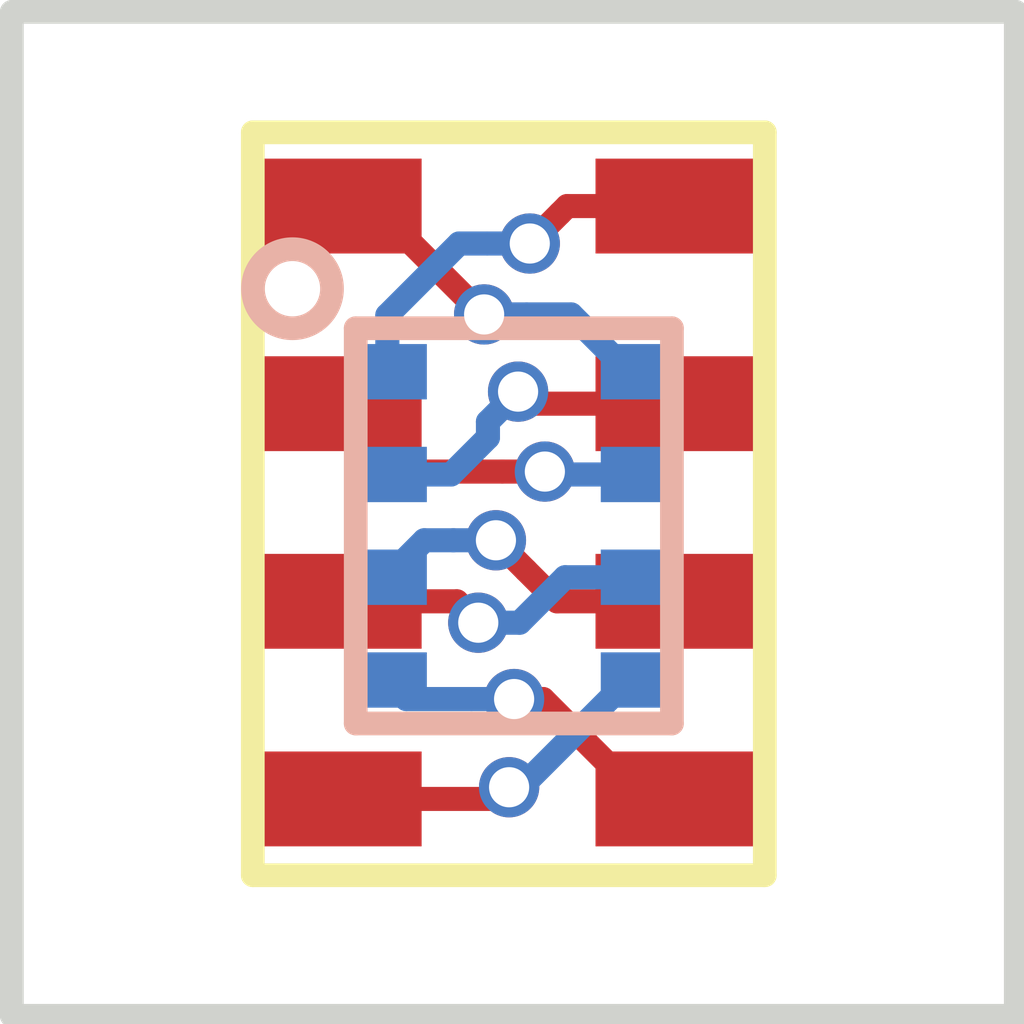
<source format=kicad_pcb>
(kicad_pcb (version 4) (host pcbnew 4.0.6)

  (general
    (links 8)
    (no_connects 8)
    (area 24.943999 22.022999 31.444001 28.523001)
    (thickness 1.6)
    (drawings 8)
    (tracks 59)
    (zones 0)
    (modules 2)
    (nets 9)
  )

  (page A4)
  (layers
    (0 F.Cu signal)
    (31 B.Cu signal)
    (32 B.Adhes user)
    (33 F.Adhes user)
    (34 B.Paste user)
    (35 F.Paste user)
    (36 B.SilkS user hide)
    (37 F.SilkS user)
    (38 B.Mask user)
    (39 F.Mask user)
    (40 Dwgs.User user)
    (41 Cmts.User user)
    (42 Eco1.User user)
    (43 Eco2.User user)
    (44 Edge.Cuts user)
    (45 Margin user)
    (46 B.CrtYd user)
    (47 F.CrtYd user)
    (48 B.Fab user hide)
    (49 F.Fab user)
  )

  (setup
    (last_trace_width 0.1524)
    (trace_clearance 0.1524)
    (zone_clearance 0.508)
    (zone_45_only no)
    (trace_min 0.1524)
    (segment_width 0.15)
    (edge_width 0.15)
    (via_size 0.381)
    (via_drill 0.254)
    (via_min_size 0.381)
    (via_min_drill 0.254)
    (uvia_size 0.381)
    (uvia_drill 0.254)
    (uvias_allowed no)
    (uvia_min_size 0.2)
    (uvia_min_drill 0.1)
    (pcb_text_width 0.3)
    (pcb_text_size 1.5 1.5)
    (mod_edge_width 0.15)
    (mod_text_size 1 1)
    (mod_text_width 0.15)
    (pad_size 1.524 1.524)
    (pad_drill 0.762)
    (pad_to_mask_clearance 0.2)
    (aux_axis_origin 0 0)
    (visible_elements FFFFFF7F)
    (pcbplotparams
      (layerselection 0x00030_80000001)
      (usegerberextensions false)
      (excludeedgelayer true)
      (linewidth 0.100000)
      (plotframeref false)
      (viasonmask false)
      (mode 1)
      (useauxorigin false)
      (hpglpennumber 1)
      (hpglpenspeed 20)
      (hpglpendiameter 15)
      (hpglpenoverlay 2)
      (psnegative false)
      (psa4output false)
      (plotreference true)
      (plotvalue true)
      (plotinvisibletext false)
      (padsonsilk false)
      (subtractmaskfromsilk false)
      (outputformat 1)
      (mirror false)
      (drillshape 1)
      (scaleselection 1)
      (outputdirectory ""))
  )

  (net 0 "")
  (net 1 "Net-(U1-Pad1)")
  (net 2 "Net-(U1-Pad2)")
  (net 3 "Net-(U1-Pad3)")
  (net 4 "Net-(U1-Pad4)")
  (net 5 "Net-(U1-Pad5)")
  (net 6 "Net-(U1-Pad6)")
  (net 7 "Net-(U1-Pad7)")
  (net 8 "Net-(U1-Pad8)")

  (net_class Default "This is the default net class."
    (clearance 0.1524)
    (trace_width 0.1524)
    (via_dia 0.381)
    (via_drill 0.254)
    (uvia_dia 0.381)
    (uvia_drill 0.254)
    (add_net "Net-(U1-Pad1)")
    (add_net "Net-(U1-Pad2)")
    (add_net "Net-(U1-Pad3)")
    (add_net "Net-(U1-Pad4)")
    (add_net "Net-(U1-Pad5)")
    (add_net "Net-(U1-Pad6)")
    (add_net "Net-(U1-Pad7)")
    (add_net "Net-(U1-Pad8)")
  )

  (module w_smd_qfn:LGA8 (layer F.Cu) (tedit 59815915) (tstamp 5981E62A)
    (at 28.1608 25.2264)
    (descr "5x3mm LGA8 package, used for MEMS pressure/altitude sensors")
    (path /59814F09)
    (attr smd)
    (fp_text reference U1 (at 2.243 -2.047 90) (layer F.SilkS) hide
      (effects (font (size 0.8 0.8) (thickness 0.15)))
    )
    (fp_text value BMP280 (at 0 3.2) (layer F.SilkS) hide
      (effects (font (size 0.8 0.8) (thickness 0.1)))
    )
    (pad 1 smd rect (at -1.1 -1.9) (size 1.1 0.6) (layers F.Cu F.Paste F.Mask)
      (net 1 "Net-(U1-Pad1)"))
    (pad 2 smd rect (at -1.1 -0.65) (size 1.1 0.6) (layers F.Cu F.Paste F.Mask)
      (net 2 "Net-(U1-Pad2)"))
    (pad 3 smd rect (at -1.1 0.6) (size 1.1 0.6) (layers F.Cu F.Paste F.Mask)
      (net 3 "Net-(U1-Pad3)"))
    (pad 4 smd rect (at -1.1 1.85) (size 1.1 0.6) (layers F.Cu F.Paste F.Mask)
      (net 4 "Net-(U1-Pad4)"))
    (pad 5 smd rect (at 1.1 1.85) (size 1.1 0.6) (layers F.Cu F.Paste F.Mask)
      (net 5 "Net-(U1-Pad5)"))
    (pad 6 smd rect (at 1.1 0.6) (size 1.1 0.6) (layers F.Cu F.Paste F.Mask)
      (net 6 "Net-(U1-Pad6)"))
    (pad 7 smd rect (at 1.1 -0.65) (size 1.1 0.6) (layers F.Cu F.Paste F.Mask)
      (net 7 "Net-(U1-Pad7)"))
    (pad 8 smd rect (at 1.1 -1.9) (size 1.1 0.6) (layers F.Cu F.Paste F.Mask)
      (net 8 "Net-(U1-Pad8)"))
  )

  (module "Housings_LGA:LGA8-2-2.5(BMP280)" (layer B.Cu) (tedit 59815794) (tstamp 59824F67)
    (at 28.194 25.3492 270)
    (tags BMP280)
    (path /59814F5A)
    (fp_text reference U2 (at 0 -2.15 270) (layer B.SilkS) hide
      (effects (font (size 1.2 1.2) (thickness 0.15)) (justify mirror))
    )
    (fp_text value BMP280 (at 0 3.85 270) (layer B.Fab)
      (effects (font (size 1.2 1.2) (thickness 0.15)) (justify mirror))
    )
    (fp_circle (center -1.5 1.4) (end -1.35 1.2) (layer B.SilkS) (width 0.15))
    (fp_line (start -1.25 1) (end -1.25 -1) (layer B.SilkS) (width 0.15))
    (fp_line (start -1.25 -1) (end 1.25 -1) (layer B.SilkS) (width 0.15))
    (fp_line (start 1.25 -1) (end 1.25 1) (layer B.SilkS) (width 0.15))
    (fp_line (start 1.25 1) (end -1.25 1) (layer B.SilkS) (width 0.15))
    (pad 1 smd rect (at -0.975 0.8 270) (size 0.35 0.5) (layers B.Cu B.Paste B.Mask)
      (net 8 "Net-(U1-Pad8)"))
    (pad 8 smd rect (at -0.975 -0.8 270) (size 0.35 0.5) (layers B.Cu B.Paste B.Mask)
      (net 1 "Net-(U1-Pad1)"))
    (pad 2 smd rect (at -0.325 0.8 270) (size 0.35 0.5) (layers B.Cu B.Paste B.Mask)
      (net 7 "Net-(U1-Pad7)"))
    (pad 7 smd rect (at -0.325 -0.8 270) (size 0.35 0.5) (layers B.Cu B.Paste B.Mask)
      (net 2 "Net-(U1-Pad2)"))
    (pad 3 smd rect (at 0.325 0.8 270) (size 0.35 0.5) (layers B.Cu B.Paste B.Mask)
      (net 6 "Net-(U1-Pad6)"))
    (pad 6 smd rect (at 0.325 -0.8 270) (size 0.35 0.5) (layers B.Cu B.Paste B.Mask)
      (net 3 "Net-(U1-Pad3)"))
    (pad 4 smd rect (at 0.975 0.8 270) (size 0.35 0.5) (layers B.Cu B.Paste B.Mask)
      (net 5 "Net-(U1-Pad5)"))
    (pad 5 smd rect (at 0.975 -0.8 270) (size 0.35 0.5) (layers B.Cu B.Paste B.Mask)
      (net 4 "Net-(U1-Pad4)"))
  )

  (gr_line (start 25.019 28.448) (end 25.019 22.098) (layer Edge.Cuts) (width 0.15))
  (gr_line (start 31.369 28.448) (end 25.019 28.448) (layer Edge.Cuts) (width 0.15))
  (gr_line (start 31.369 22.098) (end 31.369 28.448) (layer Edge.Cuts) (width 0.15))
  (gr_line (start 25.019 22.098) (end 31.369 22.098) (layer Edge.Cuts) (width 0.15))
  (gr_line (start 29.7815 22.86) (end 26.543 22.86) (layer F.SilkS) (width 0.15))
  (gr_line (start 29.7815 27.559) (end 29.7815 22.86) (layer F.SilkS) (width 0.15))
  (gr_line (start 26.543 27.559) (end 29.7815 27.559) (layer F.SilkS) (width 0.15))
  (gr_line (start 26.543 22.86) (end 26.543 27.559) (layer F.SilkS) (width 0.15))

  (segment (start 27.3108 23.3264) (end 27.99615 24.01175) (width 0.1524) (layer F.Cu) (net 1))
  (segment (start 28.27563 24.01175) (end 28.006223 24.01175) (width 0.1524) (layer B.Cu) (net 1))
  (segment (start 27.0608 23.3264) (end 27.3108 23.3264) (width 0.1524) (layer F.Cu) (net 1))
  (segment (start 28.994 24.3742) (end 28.919 24.3742) (width 0.1524) (layer B.Cu) (net 1))
  (segment (start 28.919 24.3742) (end 28.55655 24.01175) (width 0.1524) (layer B.Cu) (net 1))
  (segment (start 28.55655 24.01175) (end 28.27563 24.01175) (width 0.1524) (layer B.Cu) (net 1))
  (segment (start 27.99615 24.01175) (end 28.006223 24.01175) (width 0.1524) (layer F.Cu) (net 1))
  (via (at 28.006223 24.01175) (size 0.381) (drill 0.254) (layers F.Cu B.Cu) (net 1))
  (segment (start 28.408741 25.0242) (end 28.390371 25.00583) (width 0.1524) (layer B.Cu) (net 2))
  (segment (start 28.994 25.0242) (end 28.408741 25.0242) (width 0.1524) (layer B.Cu) (net 2))
  (segment (start 27.49023 25.00583) (end 28.120964 25.00583) (width 0.1524) (layer F.Cu) (net 2))
  (segment (start 28.120964 25.00583) (end 28.390371 25.00583) (width 0.1524) (layer F.Cu) (net 2))
  (segment (start 27.0608 24.5764) (end 27.49023 25.00583) (width 0.1524) (layer F.Cu) (net 2))
  (via (at 28.390371 25.00583) (size 0.381) (drill 0.254) (layers F.Cu B.Cu) (net 2))
  (segment (start 27.0608 25.8264) (end 27.833633 25.8264) (width 0.1524) (layer F.Cu) (net 3))
  (segment (start 28.230651 25.96183) (end 27.969063 25.96183) (width 0.1524) (layer B.Cu) (net 3))
  (segment (start 28.518281 25.6742) (end 28.230651 25.96183) (width 0.1524) (layer B.Cu) (net 3))
  (segment (start 28.994 25.6742) (end 28.518281 25.6742) (width 0.1524) (layer B.Cu) (net 3))
  (via (at 27.969063 25.96183) (size 0.381) (drill 0.254) (layers F.Cu B.Cu) (net 3))
  (segment (start 27.833633 25.8264) (end 27.969063 25.96183) (width 0.1524) (layer F.Cu) (net 3))
  (segment (start 28.090264 27.0764) (end 28.164249 27.002415) (width 0.1524) (layer F.Cu) (net 4))
  (segment (start 27.0608 27.0764) (end 28.090264 27.0764) (width 0.1524) (layer F.Cu) (net 4))
  (segment (start 28.994 26.3242) (end 28.919 26.3242) (width 0.1524) (layer B.Cu) (net 4))
  (segment (start 28.919 26.3242) (end 28.240785 27.002415) (width 0.1524) (layer B.Cu) (net 4))
  (segment (start 28.240785 27.002415) (end 28.164249 27.002415) (width 0.1524) (layer B.Cu) (net 4))
  (via (at 28.164249 27.002415) (size 0.381) (drill 0.254) (layers F.Cu B.Cu) (net 4))
  (segment (start 29.2608 27.0764) (end 29.0108 27.0764) (width 0.1524) (layer F.Cu) (net 5))
  (segment (start 27.51443 26.44463) (end 27.926443 26.44463) (width 0.1524) (layer B.Cu) (net 5))
  (segment (start 27.394 26.3242) (end 27.51443 26.44463) (width 0.1524) (layer B.Cu) (net 5))
  (segment (start 28.37903 26.44463) (end 28.19585 26.44463) (width 0.1524) (layer F.Cu) (net 5))
  (segment (start 29.0108 27.0764) (end 28.37903 26.44463) (width 0.1524) (layer F.Cu) (net 5))
  (via (at 28.19585 26.44463) (size 0.381) (drill 0.254) (layers F.Cu B.Cu) (net 5))
  (segment (start 27.926443 26.44463) (end 28.19585 26.44463) (width 0.1524) (layer B.Cu) (net 5))
  (segment (start 29.2608 25.8264) (end 28.467001 25.8264) (width 0.1524) (layer F.Cu) (net 6))
  (segment (start 27.627933 25.440267) (end 27.811461 25.440267) (width 0.1524) (layer B.Cu) (net 6))
  (segment (start 27.811461 25.440267) (end 28.080868 25.440267) (width 0.1524) (layer B.Cu) (net 6))
  (segment (start 28.467001 25.8264) (end 28.271367 25.630766) (width 0.1524) (layer F.Cu) (net 6))
  (segment (start 28.271367 25.630766) (end 28.080868 25.440267) (width 0.1524) (layer F.Cu) (net 6))
  (segment (start 27.394 25.6742) (end 27.627933 25.440267) (width 0.1524) (layer B.Cu) (net 6))
  (via (at 28.080868 25.440267) (size 0.381) (drill 0.254) (layers F.Cu B.Cu) (net 6))
  (segment (start 27.394 25.6742) (end 27.509444 25.6742) (width 0.1524) (layer B.Cu) (net 6))
  (segment (start 28.030397 24.690556) (end 28.220896 24.500057) (width 0.1524) (layer B.Cu) (net 7))
  (segment (start 27.394 25.0242) (end 27.7964 25.0242) (width 0.1524) (layer B.Cu) (net 7))
  (segment (start 28.297239 24.5764) (end 28.220896 24.500057) (width 0.1524) (layer F.Cu) (net 7))
  (segment (start 27.7964 25.0242) (end 28.030397 24.790203) (width 0.1524) (layer B.Cu) (net 7))
  (segment (start 28.030397 24.790203) (end 28.030397 24.690556) (width 0.1524) (layer B.Cu) (net 7))
  (segment (start 29.2608 24.5764) (end 28.297239 24.5764) (width 0.1524) (layer F.Cu) (net 7))
  (via (at 28.220896 24.500057) (size 0.381) (drill 0.254) (layers F.Cu B.Cu) (net 7))
  (segment (start 27.394 25.0242) (end 27.565373 25.0242) (width 0.1524) (layer B.Cu) (net 7))
  (segment (start 29.2608 24.5764) (end 29.0108 24.5764) (width 0.1524) (layer F.Cu) (net 7))
  (segment (start 28.531835 23.3264) (end 28.485479 23.372756) (width 0.1524) (layer F.Cu) (net 8))
  (segment (start 27.394 24.3742) (end 27.394 24.017016) (width 0.1524) (layer B.Cu) (net 8))
  (segment (start 27.847761 23.563255) (end 28.025573 23.563255) (width 0.1524) (layer B.Cu) (net 8))
  (segment (start 28.485479 23.372756) (end 28.29498 23.563255) (width 0.1524) (layer F.Cu) (net 8))
  (segment (start 28.025573 23.563255) (end 28.29498 23.563255) (width 0.1524) (layer B.Cu) (net 8))
  (segment (start 29.2608 23.3264) (end 28.531835 23.3264) (width 0.1524) (layer F.Cu) (net 8))
  (segment (start 27.394 24.017016) (end 27.847761 23.563255) (width 0.1524) (layer B.Cu) (net 8))
  (via (at 28.29498 23.563255) (size 0.381) (drill 0.254) (layers F.Cu B.Cu) (net 8))
  (segment (start 29.2608 23.3264) (end 29.0108 23.3264) (width 0.1524) (layer F.Cu) (net 8))

)

</source>
